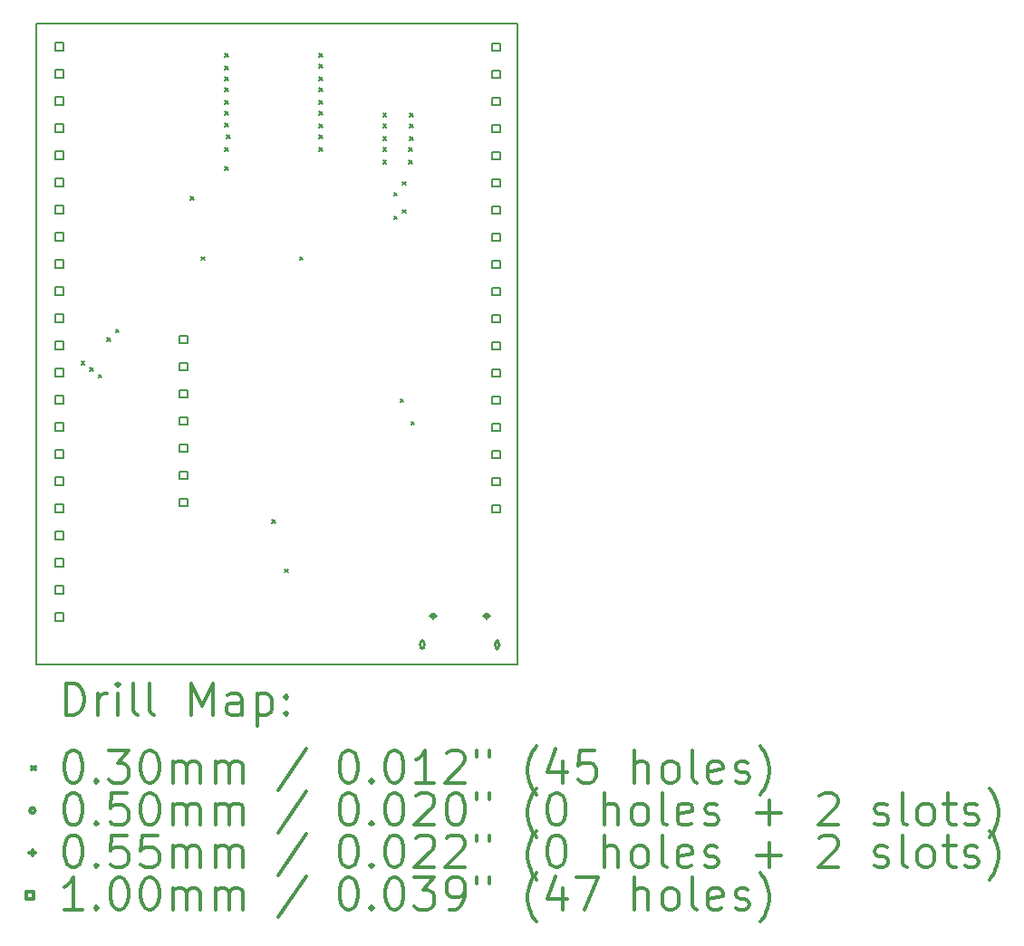
<source format=gbr>
%FSLAX45Y45*%
G04 Gerber Fmt 4.5, Leading zero omitted, Abs format (unit mm)*
G04 Created by KiCad (PCBNEW (5.0.0)) date 09/13/18 11:25:49*
%MOMM*%
%LPD*%
G01*
G04 APERTURE LIST*
%ADD10C,0.150000*%
%ADD11C,0.200000*%
%ADD12C,0.300000*%
G04 APERTURE END LIST*
D10*
X14100000Y-14200000D02*
X9600000Y-14200000D01*
X14100000Y-14150000D02*
X14100000Y-14200000D01*
X14100000Y-14150000D02*
X14100000Y-8200000D01*
X9600000Y-14100000D02*
X9600000Y-14200000D01*
X9600000Y-8200000D02*
X9600000Y-14100000D01*
X14100000Y-8200000D02*
X9600000Y-8200000D01*
D11*
X10025000Y-11365002D02*
X10055000Y-11395002D01*
X10055000Y-11365002D02*
X10025000Y-11395002D01*
X10105000Y-11425000D02*
X10135000Y-11455000D01*
X10135000Y-11425000D02*
X10105000Y-11455000D01*
X10185000Y-11485000D02*
X10215000Y-11515000D01*
X10215000Y-11485000D02*
X10185000Y-11515000D01*
X10265000Y-11145000D02*
X10295000Y-11175000D01*
X10295000Y-11145000D02*
X10265000Y-11175000D01*
X10345000Y-11065000D02*
X10375000Y-11095000D01*
X10375000Y-11065000D02*
X10345000Y-11095000D01*
X11045000Y-9825000D02*
X11075000Y-9855000D01*
X11075000Y-9825000D02*
X11045000Y-9855000D01*
X11145000Y-10385000D02*
X11175000Y-10415000D01*
X11175000Y-10385000D02*
X11145000Y-10415000D01*
X11365000Y-8485000D02*
X11395000Y-8515000D01*
X11395000Y-8485000D02*
X11365000Y-8515000D01*
X11365000Y-9025000D02*
X11395000Y-9055000D01*
X11395000Y-9025000D02*
X11365000Y-9055000D01*
X11365000Y-9135001D02*
X11395000Y-9165001D01*
X11395000Y-9135001D02*
X11365000Y-9165001D01*
X11365000Y-8605000D02*
X11395000Y-8635000D01*
X11395000Y-8605000D02*
X11365000Y-8635000D01*
X11365000Y-8705000D02*
X11395000Y-8735000D01*
X11395000Y-8705000D02*
X11365000Y-8735000D01*
X11365000Y-8805000D02*
X11395000Y-8835000D01*
X11395000Y-8805000D02*
X11365000Y-8835000D01*
X11365000Y-8925000D02*
X11395000Y-8955000D01*
X11395000Y-8925000D02*
X11365000Y-8955000D01*
X11365000Y-9365000D02*
X11395000Y-9395000D01*
X11395000Y-9365000D02*
X11365000Y-9395000D01*
X11365000Y-9545000D02*
X11395000Y-9575000D01*
X11395000Y-9545000D02*
X11365000Y-9575000D01*
X11385000Y-9245000D02*
X11415000Y-9275000D01*
X11415000Y-9245000D02*
X11385000Y-9275000D01*
X11805000Y-12845000D02*
X11835000Y-12875000D01*
X11835000Y-12845000D02*
X11805000Y-12875000D01*
X11925000Y-13305000D02*
X11955000Y-13335000D01*
X11955000Y-13305000D02*
X11925000Y-13335000D01*
X12064999Y-10385000D02*
X12094999Y-10415000D01*
X12094999Y-10385000D02*
X12064999Y-10415000D01*
X12245000Y-8705000D02*
X12275000Y-8735000D01*
X12275000Y-8705000D02*
X12245000Y-8735000D01*
X12245000Y-8925000D02*
X12275000Y-8955000D01*
X12275000Y-8925000D02*
X12245000Y-8955000D01*
X12245000Y-9145000D02*
X12275000Y-9175000D01*
X12275000Y-9145000D02*
X12245000Y-9175000D01*
X12245000Y-8485000D02*
X12275000Y-8515000D01*
X12275000Y-8485000D02*
X12245000Y-8515000D01*
X12245000Y-8585000D02*
X12275000Y-8615000D01*
X12275000Y-8585000D02*
X12245000Y-8615000D01*
X12245000Y-8805000D02*
X12275000Y-8835000D01*
X12275000Y-8805000D02*
X12245000Y-8835000D01*
X12245000Y-9025000D02*
X12275000Y-9055000D01*
X12275000Y-9025000D02*
X12245000Y-9055000D01*
X12245000Y-9245000D02*
X12275000Y-9275000D01*
X12275000Y-9245000D02*
X12245000Y-9275000D01*
X12245000Y-9365000D02*
X12275000Y-9395000D01*
X12275000Y-9365000D02*
X12245000Y-9395000D01*
X12845000Y-9045000D02*
X12875000Y-9075000D01*
X12875000Y-9045000D02*
X12845000Y-9075000D01*
X12845000Y-9145000D02*
X12875000Y-9175000D01*
X12875000Y-9145000D02*
X12845000Y-9175000D01*
X12845000Y-9265000D02*
X12875000Y-9295000D01*
X12875000Y-9265000D02*
X12845000Y-9295000D01*
X12845000Y-9365000D02*
X12875000Y-9395000D01*
X12875000Y-9365000D02*
X12845000Y-9395000D01*
X12845000Y-9485001D02*
X12875000Y-9515001D01*
X12875000Y-9485001D02*
X12845000Y-9515001D01*
X12944500Y-10005250D02*
X12974500Y-10035250D01*
X12974500Y-10005250D02*
X12944500Y-10035250D01*
X12945000Y-9785000D02*
X12975000Y-9815000D01*
X12975000Y-9785000D02*
X12945000Y-9815000D01*
X13005000Y-11715000D02*
X13035000Y-11745000D01*
X13035000Y-11715000D02*
X13005000Y-11745000D01*
X13025000Y-9685000D02*
X13055000Y-9715000D01*
X13055000Y-9685000D02*
X13025000Y-9715000D01*
X13025000Y-9945000D02*
X13055000Y-9975000D01*
X13055000Y-9945000D02*
X13025000Y-9975000D01*
X13085000Y-9365000D02*
X13115000Y-9395000D01*
X13115000Y-9365000D02*
X13085000Y-9395000D01*
X13085000Y-9485000D02*
X13115000Y-9515000D01*
X13115000Y-9485000D02*
X13085000Y-9515000D01*
X13095000Y-9045000D02*
X13125000Y-9075000D01*
X13125000Y-9045000D02*
X13095000Y-9075000D01*
X13095000Y-9145000D02*
X13125000Y-9175000D01*
X13125000Y-9145000D02*
X13095000Y-9175000D01*
X13095000Y-9265000D02*
X13125000Y-9295000D01*
X13125000Y-9265000D02*
X13095000Y-9295000D01*
X13105000Y-11925000D02*
X13135000Y-11955000D01*
X13135000Y-11925000D02*
X13105000Y-11955000D01*
X13234910Y-14013746D02*
G75*
G03X13234910Y-14013746I-25000J0D01*
G01*
X13224910Y-14046246D02*
X13224910Y-13981246D01*
X13194910Y-14046246D02*
X13194910Y-13981246D01*
X13224910Y-13981246D02*
G75*
G03X13194910Y-13981246I-15000J0D01*
G01*
X13194910Y-14046246D02*
G75*
G03X13224910Y-14046246I15000J0D01*
G01*
X13934910Y-14013746D02*
G75*
G03X13934910Y-14013746I-25000J0D01*
G01*
X13924910Y-14046246D02*
X13924910Y-13981246D01*
X13894910Y-14046246D02*
X13894910Y-13981246D01*
X13924910Y-13981246D02*
G75*
G03X13894910Y-13981246I-15000J0D01*
G01*
X13894910Y-14046246D02*
G75*
G03X13924910Y-14046246I15000J0D01*
G01*
X13309910Y-13716246D02*
X13309910Y-13771246D01*
X13282410Y-13743746D02*
X13337410Y-13743746D01*
X13294910Y-13761246D02*
X13324910Y-13761246D01*
X13294910Y-13726246D02*
X13324910Y-13726246D01*
X13324910Y-13761246D02*
G75*
G03X13324910Y-13726246I0J17500D01*
G01*
X13294910Y-13726246D02*
G75*
G03X13294910Y-13761246I0J-17500D01*
G01*
X13809910Y-13716246D02*
X13809910Y-13771246D01*
X13782410Y-13743746D02*
X13837410Y-13743746D01*
X13794910Y-13761246D02*
X13824910Y-13761246D01*
X13794910Y-13726246D02*
X13824910Y-13726246D01*
X13824910Y-13761246D02*
G75*
G03X13824910Y-13726246I0J17500D01*
G01*
X13794910Y-13726246D02*
G75*
G03X13794910Y-13761246I0J-17500D01*
G01*
X9855356Y-8455356D02*
X9855356Y-8384644D01*
X9784644Y-8384644D01*
X9784644Y-8455356D01*
X9855356Y-8455356D01*
X9855356Y-8709356D02*
X9855356Y-8638644D01*
X9784644Y-8638644D01*
X9784644Y-8709356D01*
X9855356Y-8709356D01*
X9855356Y-8963356D02*
X9855356Y-8892644D01*
X9784644Y-8892644D01*
X9784644Y-8963356D01*
X9855356Y-8963356D01*
X9855356Y-9217356D02*
X9855356Y-9146644D01*
X9784644Y-9146644D01*
X9784644Y-9217356D01*
X9855356Y-9217356D01*
X9855356Y-9471356D02*
X9855356Y-9400644D01*
X9784644Y-9400644D01*
X9784644Y-9471356D01*
X9855356Y-9471356D01*
X9855356Y-9725356D02*
X9855356Y-9654644D01*
X9784644Y-9654644D01*
X9784644Y-9725356D01*
X9855356Y-9725356D01*
X9855356Y-9979356D02*
X9855356Y-9908644D01*
X9784644Y-9908644D01*
X9784644Y-9979356D01*
X9855356Y-9979356D01*
X9855356Y-10233356D02*
X9855356Y-10162644D01*
X9784644Y-10162644D01*
X9784644Y-10233356D01*
X9855356Y-10233356D01*
X9855356Y-10487356D02*
X9855356Y-10416644D01*
X9784644Y-10416644D01*
X9784644Y-10487356D01*
X9855356Y-10487356D01*
X9855356Y-10741356D02*
X9855356Y-10670644D01*
X9784644Y-10670644D01*
X9784644Y-10741356D01*
X9855356Y-10741356D01*
X9855356Y-10995356D02*
X9855356Y-10924644D01*
X9784644Y-10924644D01*
X9784644Y-10995356D01*
X9855356Y-10995356D01*
X9855356Y-11249356D02*
X9855356Y-11178644D01*
X9784644Y-11178644D01*
X9784644Y-11249356D01*
X9855356Y-11249356D01*
X9855356Y-11503356D02*
X9855356Y-11432644D01*
X9784644Y-11432644D01*
X9784644Y-11503356D01*
X9855356Y-11503356D01*
X9855356Y-11757356D02*
X9855356Y-11686644D01*
X9784644Y-11686644D01*
X9784644Y-11757356D01*
X9855356Y-11757356D01*
X9855356Y-12011356D02*
X9855356Y-11940644D01*
X9784644Y-11940644D01*
X9784644Y-12011356D01*
X9855356Y-12011356D01*
X9855356Y-12265356D02*
X9855356Y-12194644D01*
X9784644Y-12194644D01*
X9784644Y-12265356D01*
X9855356Y-12265356D01*
X9855356Y-12519356D02*
X9855356Y-12448644D01*
X9784644Y-12448644D01*
X9784644Y-12519356D01*
X9855356Y-12519356D01*
X9855356Y-12773356D02*
X9855356Y-12702644D01*
X9784644Y-12702644D01*
X9784644Y-12773356D01*
X9855356Y-12773356D01*
X9855356Y-13027356D02*
X9855356Y-12956644D01*
X9784644Y-12956644D01*
X9784644Y-13027356D01*
X9855356Y-13027356D01*
X9855356Y-13281356D02*
X9855356Y-13210644D01*
X9784644Y-13210644D01*
X9784644Y-13281356D01*
X9855356Y-13281356D01*
X9855356Y-13535356D02*
X9855356Y-13464644D01*
X9784644Y-13464644D01*
X9784644Y-13535356D01*
X9855356Y-13535356D01*
X9855356Y-13789356D02*
X9855356Y-13718644D01*
X9784644Y-13718644D01*
X9784644Y-13789356D01*
X9855356Y-13789356D01*
X13935356Y-8457356D02*
X13935356Y-8386644D01*
X13864644Y-8386644D01*
X13864644Y-8457356D01*
X13935356Y-8457356D01*
X13935356Y-8711356D02*
X13935356Y-8640644D01*
X13864644Y-8640644D01*
X13864644Y-8711356D01*
X13935356Y-8711356D01*
X13935356Y-8965356D02*
X13935356Y-8894644D01*
X13864644Y-8894644D01*
X13864644Y-8965356D01*
X13935356Y-8965356D01*
X13935356Y-9219356D02*
X13935356Y-9148644D01*
X13864644Y-9148644D01*
X13864644Y-9219356D01*
X13935356Y-9219356D01*
X13935356Y-9473356D02*
X13935356Y-9402644D01*
X13864644Y-9402644D01*
X13864644Y-9473356D01*
X13935356Y-9473356D01*
X13935356Y-9727356D02*
X13935356Y-9656644D01*
X13864644Y-9656644D01*
X13864644Y-9727356D01*
X13935356Y-9727356D01*
X13935356Y-9981356D02*
X13935356Y-9910644D01*
X13864644Y-9910644D01*
X13864644Y-9981356D01*
X13935356Y-9981356D01*
X13935356Y-10235356D02*
X13935356Y-10164644D01*
X13864644Y-10164644D01*
X13864644Y-10235356D01*
X13935356Y-10235356D01*
X13935356Y-10489356D02*
X13935356Y-10418644D01*
X13864644Y-10418644D01*
X13864644Y-10489356D01*
X13935356Y-10489356D01*
X13935356Y-10743356D02*
X13935356Y-10672644D01*
X13864644Y-10672644D01*
X13864644Y-10743356D01*
X13935356Y-10743356D01*
X13935356Y-10997356D02*
X13935356Y-10926644D01*
X13864644Y-10926644D01*
X13864644Y-10997356D01*
X13935356Y-10997356D01*
X13935356Y-11251356D02*
X13935356Y-11180644D01*
X13864644Y-11180644D01*
X13864644Y-11251356D01*
X13935356Y-11251356D01*
X13935356Y-11505356D02*
X13935356Y-11434644D01*
X13864644Y-11434644D01*
X13864644Y-11505356D01*
X13935356Y-11505356D01*
X13935356Y-11759356D02*
X13935356Y-11688644D01*
X13864644Y-11688644D01*
X13864644Y-11759356D01*
X13935356Y-11759356D01*
X13935356Y-12013356D02*
X13935356Y-11942644D01*
X13864644Y-11942644D01*
X13864644Y-12013356D01*
X13935356Y-12013356D01*
X13935356Y-12267356D02*
X13935356Y-12196644D01*
X13864644Y-12196644D01*
X13864644Y-12267356D01*
X13935356Y-12267356D01*
X13935356Y-12521356D02*
X13935356Y-12450644D01*
X13864644Y-12450644D01*
X13864644Y-12521356D01*
X13935356Y-12521356D01*
X13935356Y-12775356D02*
X13935356Y-12704644D01*
X13864644Y-12704644D01*
X13864644Y-12775356D01*
X13935356Y-12775356D01*
X11015356Y-11195356D02*
X11015356Y-11124644D01*
X10944644Y-11124644D01*
X10944644Y-11195356D01*
X11015356Y-11195356D01*
X11015356Y-11449356D02*
X11015356Y-11378644D01*
X10944644Y-11378644D01*
X10944644Y-11449356D01*
X11015356Y-11449356D01*
X11015356Y-11703356D02*
X11015356Y-11632644D01*
X10944644Y-11632644D01*
X10944644Y-11703356D01*
X11015356Y-11703356D01*
X11015356Y-11957356D02*
X11015356Y-11886644D01*
X10944644Y-11886644D01*
X10944644Y-11957356D01*
X11015356Y-11957356D01*
X11015356Y-12211356D02*
X11015356Y-12140644D01*
X10944644Y-12140644D01*
X10944644Y-12211356D01*
X11015356Y-12211356D01*
X11015356Y-12465356D02*
X11015356Y-12394644D01*
X10944644Y-12394644D01*
X10944644Y-12465356D01*
X11015356Y-12465356D01*
X11015356Y-12719356D02*
X11015356Y-12648644D01*
X10944644Y-12648644D01*
X10944644Y-12719356D01*
X11015356Y-12719356D01*
D12*
X9878928Y-14673214D02*
X9878928Y-14373214D01*
X9950357Y-14373214D01*
X9993214Y-14387500D01*
X10021786Y-14416071D01*
X10036071Y-14444643D01*
X10050357Y-14501786D01*
X10050357Y-14544643D01*
X10036071Y-14601786D01*
X10021786Y-14630357D01*
X9993214Y-14658929D01*
X9950357Y-14673214D01*
X9878928Y-14673214D01*
X10178928Y-14673214D02*
X10178928Y-14473214D01*
X10178928Y-14530357D02*
X10193214Y-14501786D01*
X10207500Y-14487500D01*
X10236071Y-14473214D01*
X10264643Y-14473214D01*
X10364643Y-14673214D02*
X10364643Y-14473214D01*
X10364643Y-14373214D02*
X10350357Y-14387500D01*
X10364643Y-14401786D01*
X10378928Y-14387500D01*
X10364643Y-14373214D01*
X10364643Y-14401786D01*
X10550357Y-14673214D02*
X10521786Y-14658929D01*
X10507500Y-14630357D01*
X10507500Y-14373214D01*
X10707500Y-14673214D02*
X10678928Y-14658929D01*
X10664643Y-14630357D01*
X10664643Y-14373214D01*
X11050357Y-14673214D02*
X11050357Y-14373214D01*
X11150357Y-14587500D01*
X11250357Y-14373214D01*
X11250357Y-14673214D01*
X11521786Y-14673214D02*
X11521786Y-14516071D01*
X11507500Y-14487500D01*
X11478928Y-14473214D01*
X11421786Y-14473214D01*
X11393214Y-14487500D01*
X11521786Y-14658929D02*
X11493214Y-14673214D01*
X11421786Y-14673214D01*
X11393214Y-14658929D01*
X11378928Y-14630357D01*
X11378928Y-14601786D01*
X11393214Y-14573214D01*
X11421786Y-14558929D01*
X11493214Y-14558929D01*
X11521786Y-14544643D01*
X11664643Y-14473214D02*
X11664643Y-14773214D01*
X11664643Y-14487500D02*
X11693214Y-14473214D01*
X11750357Y-14473214D01*
X11778928Y-14487500D01*
X11793214Y-14501786D01*
X11807500Y-14530357D01*
X11807500Y-14616071D01*
X11793214Y-14644643D01*
X11778928Y-14658929D01*
X11750357Y-14673214D01*
X11693214Y-14673214D01*
X11664643Y-14658929D01*
X11936071Y-14644643D02*
X11950357Y-14658929D01*
X11936071Y-14673214D01*
X11921786Y-14658929D01*
X11936071Y-14644643D01*
X11936071Y-14673214D01*
X11936071Y-14487500D02*
X11950357Y-14501786D01*
X11936071Y-14516071D01*
X11921786Y-14501786D01*
X11936071Y-14487500D01*
X11936071Y-14516071D01*
X9562500Y-15152500D02*
X9592500Y-15182500D01*
X9592500Y-15152500D02*
X9562500Y-15182500D01*
X9936071Y-15003214D02*
X9964643Y-15003214D01*
X9993214Y-15017500D01*
X10007500Y-15031786D01*
X10021786Y-15060357D01*
X10036071Y-15117500D01*
X10036071Y-15188929D01*
X10021786Y-15246071D01*
X10007500Y-15274643D01*
X9993214Y-15288929D01*
X9964643Y-15303214D01*
X9936071Y-15303214D01*
X9907500Y-15288929D01*
X9893214Y-15274643D01*
X9878928Y-15246071D01*
X9864643Y-15188929D01*
X9864643Y-15117500D01*
X9878928Y-15060357D01*
X9893214Y-15031786D01*
X9907500Y-15017500D01*
X9936071Y-15003214D01*
X10164643Y-15274643D02*
X10178928Y-15288929D01*
X10164643Y-15303214D01*
X10150357Y-15288929D01*
X10164643Y-15274643D01*
X10164643Y-15303214D01*
X10278928Y-15003214D02*
X10464643Y-15003214D01*
X10364643Y-15117500D01*
X10407500Y-15117500D01*
X10436071Y-15131786D01*
X10450357Y-15146071D01*
X10464643Y-15174643D01*
X10464643Y-15246071D01*
X10450357Y-15274643D01*
X10436071Y-15288929D01*
X10407500Y-15303214D01*
X10321786Y-15303214D01*
X10293214Y-15288929D01*
X10278928Y-15274643D01*
X10650357Y-15003214D02*
X10678928Y-15003214D01*
X10707500Y-15017500D01*
X10721786Y-15031786D01*
X10736071Y-15060357D01*
X10750357Y-15117500D01*
X10750357Y-15188929D01*
X10736071Y-15246071D01*
X10721786Y-15274643D01*
X10707500Y-15288929D01*
X10678928Y-15303214D01*
X10650357Y-15303214D01*
X10621786Y-15288929D01*
X10607500Y-15274643D01*
X10593214Y-15246071D01*
X10578928Y-15188929D01*
X10578928Y-15117500D01*
X10593214Y-15060357D01*
X10607500Y-15031786D01*
X10621786Y-15017500D01*
X10650357Y-15003214D01*
X10878928Y-15303214D02*
X10878928Y-15103214D01*
X10878928Y-15131786D02*
X10893214Y-15117500D01*
X10921786Y-15103214D01*
X10964643Y-15103214D01*
X10993214Y-15117500D01*
X11007500Y-15146071D01*
X11007500Y-15303214D01*
X11007500Y-15146071D02*
X11021786Y-15117500D01*
X11050357Y-15103214D01*
X11093214Y-15103214D01*
X11121786Y-15117500D01*
X11136071Y-15146071D01*
X11136071Y-15303214D01*
X11278928Y-15303214D02*
X11278928Y-15103214D01*
X11278928Y-15131786D02*
X11293214Y-15117500D01*
X11321786Y-15103214D01*
X11364643Y-15103214D01*
X11393214Y-15117500D01*
X11407500Y-15146071D01*
X11407500Y-15303214D01*
X11407500Y-15146071D02*
X11421786Y-15117500D01*
X11450357Y-15103214D01*
X11493214Y-15103214D01*
X11521786Y-15117500D01*
X11536071Y-15146071D01*
X11536071Y-15303214D01*
X12121786Y-14988929D02*
X11864643Y-15374643D01*
X12507500Y-15003214D02*
X12536071Y-15003214D01*
X12564643Y-15017500D01*
X12578928Y-15031786D01*
X12593214Y-15060357D01*
X12607500Y-15117500D01*
X12607500Y-15188929D01*
X12593214Y-15246071D01*
X12578928Y-15274643D01*
X12564643Y-15288929D01*
X12536071Y-15303214D01*
X12507500Y-15303214D01*
X12478928Y-15288929D01*
X12464643Y-15274643D01*
X12450357Y-15246071D01*
X12436071Y-15188929D01*
X12436071Y-15117500D01*
X12450357Y-15060357D01*
X12464643Y-15031786D01*
X12478928Y-15017500D01*
X12507500Y-15003214D01*
X12736071Y-15274643D02*
X12750357Y-15288929D01*
X12736071Y-15303214D01*
X12721786Y-15288929D01*
X12736071Y-15274643D01*
X12736071Y-15303214D01*
X12936071Y-15003214D02*
X12964643Y-15003214D01*
X12993214Y-15017500D01*
X13007500Y-15031786D01*
X13021786Y-15060357D01*
X13036071Y-15117500D01*
X13036071Y-15188929D01*
X13021786Y-15246071D01*
X13007500Y-15274643D01*
X12993214Y-15288929D01*
X12964643Y-15303214D01*
X12936071Y-15303214D01*
X12907500Y-15288929D01*
X12893214Y-15274643D01*
X12878928Y-15246071D01*
X12864643Y-15188929D01*
X12864643Y-15117500D01*
X12878928Y-15060357D01*
X12893214Y-15031786D01*
X12907500Y-15017500D01*
X12936071Y-15003214D01*
X13321786Y-15303214D02*
X13150357Y-15303214D01*
X13236071Y-15303214D02*
X13236071Y-15003214D01*
X13207500Y-15046071D01*
X13178928Y-15074643D01*
X13150357Y-15088929D01*
X13436071Y-15031786D02*
X13450357Y-15017500D01*
X13478928Y-15003214D01*
X13550357Y-15003214D01*
X13578928Y-15017500D01*
X13593214Y-15031786D01*
X13607500Y-15060357D01*
X13607500Y-15088929D01*
X13593214Y-15131786D01*
X13421786Y-15303214D01*
X13607500Y-15303214D01*
X13721786Y-15003214D02*
X13721786Y-15060357D01*
X13836071Y-15003214D02*
X13836071Y-15060357D01*
X14278928Y-15417500D02*
X14264643Y-15403214D01*
X14236071Y-15360357D01*
X14221786Y-15331786D01*
X14207500Y-15288929D01*
X14193214Y-15217500D01*
X14193214Y-15160357D01*
X14207500Y-15088929D01*
X14221786Y-15046071D01*
X14236071Y-15017500D01*
X14264643Y-14974643D01*
X14278928Y-14960357D01*
X14521786Y-15103214D02*
X14521786Y-15303214D01*
X14450357Y-14988929D02*
X14378928Y-15203214D01*
X14564643Y-15203214D01*
X14821786Y-15003214D02*
X14678928Y-15003214D01*
X14664643Y-15146071D01*
X14678928Y-15131786D01*
X14707500Y-15117500D01*
X14778928Y-15117500D01*
X14807500Y-15131786D01*
X14821786Y-15146071D01*
X14836071Y-15174643D01*
X14836071Y-15246071D01*
X14821786Y-15274643D01*
X14807500Y-15288929D01*
X14778928Y-15303214D01*
X14707500Y-15303214D01*
X14678928Y-15288929D01*
X14664643Y-15274643D01*
X15193214Y-15303214D02*
X15193214Y-15003214D01*
X15321786Y-15303214D02*
X15321786Y-15146071D01*
X15307500Y-15117500D01*
X15278928Y-15103214D01*
X15236071Y-15103214D01*
X15207500Y-15117500D01*
X15193214Y-15131786D01*
X15507500Y-15303214D02*
X15478928Y-15288929D01*
X15464643Y-15274643D01*
X15450357Y-15246071D01*
X15450357Y-15160357D01*
X15464643Y-15131786D01*
X15478928Y-15117500D01*
X15507500Y-15103214D01*
X15550357Y-15103214D01*
X15578928Y-15117500D01*
X15593214Y-15131786D01*
X15607500Y-15160357D01*
X15607500Y-15246071D01*
X15593214Y-15274643D01*
X15578928Y-15288929D01*
X15550357Y-15303214D01*
X15507500Y-15303214D01*
X15778928Y-15303214D02*
X15750357Y-15288929D01*
X15736071Y-15260357D01*
X15736071Y-15003214D01*
X16007500Y-15288929D02*
X15978928Y-15303214D01*
X15921786Y-15303214D01*
X15893214Y-15288929D01*
X15878928Y-15260357D01*
X15878928Y-15146071D01*
X15893214Y-15117500D01*
X15921786Y-15103214D01*
X15978928Y-15103214D01*
X16007500Y-15117500D01*
X16021786Y-15146071D01*
X16021786Y-15174643D01*
X15878928Y-15203214D01*
X16136071Y-15288929D02*
X16164643Y-15303214D01*
X16221786Y-15303214D01*
X16250357Y-15288929D01*
X16264643Y-15260357D01*
X16264643Y-15246071D01*
X16250357Y-15217500D01*
X16221786Y-15203214D01*
X16178928Y-15203214D01*
X16150357Y-15188929D01*
X16136071Y-15160357D01*
X16136071Y-15146071D01*
X16150357Y-15117500D01*
X16178928Y-15103214D01*
X16221786Y-15103214D01*
X16250357Y-15117500D01*
X16364643Y-15417500D02*
X16378928Y-15403214D01*
X16407500Y-15360357D01*
X16421786Y-15331786D01*
X16436071Y-15288929D01*
X16450357Y-15217500D01*
X16450357Y-15160357D01*
X16436071Y-15088929D01*
X16421786Y-15046071D01*
X16407500Y-15017500D01*
X16378928Y-14974643D01*
X16364643Y-14960357D01*
X9592500Y-15563500D02*
G75*
G03X9592500Y-15563500I-25000J0D01*
G01*
X9936071Y-15399214D02*
X9964643Y-15399214D01*
X9993214Y-15413500D01*
X10007500Y-15427786D01*
X10021786Y-15456357D01*
X10036071Y-15513500D01*
X10036071Y-15584929D01*
X10021786Y-15642071D01*
X10007500Y-15670643D01*
X9993214Y-15684929D01*
X9964643Y-15699214D01*
X9936071Y-15699214D01*
X9907500Y-15684929D01*
X9893214Y-15670643D01*
X9878928Y-15642071D01*
X9864643Y-15584929D01*
X9864643Y-15513500D01*
X9878928Y-15456357D01*
X9893214Y-15427786D01*
X9907500Y-15413500D01*
X9936071Y-15399214D01*
X10164643Y-15670643D02*
X10178928Y-15684929D01*
X10164643Y-15699214D01*
X10150357Y-15684929D01*
X10164643Y-15670643D01*
X10164643Y-15699214D01*
X10450357Y-15399214D02*
X10307500Y-15399214D01*
X10293214Y-15542071D01*
X10307500Y-15527786D01*
X10336071Y-15513500D01*
X10407500Y-15513500D01*
X10436071Y-15527786D01*
X10450357Y-15542071D01*
X10464643Y-15570643D01*
X10464643Y-15642071D01*
X10450357Y-15670643D01*
X10436071Y-15684929D01*
X10407500Y-15699214D01*
X10336071Y-15699214D01*
X10307500Y-15684929D01*
X10293214Y-15670643D01*
X10650357Y-15399214D02*
X10678928Y-15399214D01*
X10707500Y-15413500D01*
X10721786Y-15427786D01*
X10736071Y-15456357D01*
X10750357Y-15513500D01*
X10750357Y-15584929D01*
X10736071Y-15642071D01*
X10721786Y-15670643D01*
X10707500Y-15684929D01*
X10678928Y-15699214D01*
X10650357Y-15699214D01*
X10621786Y-15684929D01*
X10607500Y-15670643D01*
X10593214Y-15642071D01*
X10578928Y-15584929D01*
X10578928Y-15513500D01*
X10593214Y-15456357D01*
X10607500Y-15427786D01*
X10621786Y-15413500D01*
X10650357Y-15399214D01*
X10878928Y-15699214D02*
X10878928Y-15499214D01*
X10878928Y-15527786D02*
X10893214Y-15513500D01*
X10921786Y-15499214D01*
X10964643Y-15499214D01*
X10993214Y-15513500D01*
X11007500Y-15542071D01*
X11007500Y-15699214D01*
X11007500Y-15542071D02*
X11021786Y-15513500D01*
X11050357Y-15499214D01*
X11093214Y-15499214D01*
X11121786Y-15513500D01*
X11136071Y-15542071D01*
X11136071Y-15699214D01*
X11278928Y-15699214D02*
X11278928Y-15499214D01*
X11278928Y-15527786D02*
X11293214Y-15513500D01*
X11321786Y-15499214D01*
X11364643Y-15499214D01*
X11393214Y-15513500D01*
X11407500Y-15542071D01*
X11407500Y-15699214D01*
X11407500Y-15542071D02*
X11421786Y-15513500D01*
X11450357Y-15499214D01*
X11493214Y-15499214D01*
X11521786Y-15513500D01*
X11536071Y-15542071D01*
X11536071Y-15699214D01*
X12121786Y-15384929D02*
X11864643Y-15770643D01*
X12507500Y-15399214D02*
X12536071Y-15399214D01*
X12564643Y-15413500D01*
X12578928Y-15427786D01*
X12593214Y-15456357D01*
X12607500Y-15513500D01*
X12607500Y-15584929D01*
X12593214Y-15642071D01*
X12578928Y-15670643D01*
X12564643Y-15684929D01*
X12536071Y-15699214D01*
X12507500Y-15699214D01*
X12478928Y-15684929D01*
X12464643Y-15670643D01*
X12450357Y-15642071D01*
X12436071Y-15584929D01*
X12436071Y-15513500D01*
X12450357Y-15456357D01*
X12464643Y-15427786D01*
X12478928Y-15413500D01*
X12507500Y-15399214D01*
X12736071Y-15670643D02*
X12750357Y-15684929D01*
X12736071Y-15699214D01*
X12721786Y-15684929D01*
X12736071Y-15670643D01*
X12736071Y-15699214D01*
X12936071Y-15399214D02*
X12964643Y-15399214D01*
X12993214Y-15413500D01*
X13007500Y-15427786D01*
X13021786Y-15456357D01*
X13036071Y-15513500D01*
X13036071Y-15584929D01*
X13021786Y-15642071D01*
X13007500Y-15670643D01*
X12993214Y-15684929D01*
X12964643Y-15699214D01*
X12936071Y-15699214D01*
X12907500Y-15684929D01*
X12893214Y-15670643D01*
X12878928Y-15642071D01*
X12864643Y-15584929D01*
X12864643Y-15513500D01*
X12878928Y-15456357D01*
X12893214Y-15427786D01*
X12907500Y-15413500D01*
X12936071Y-15399214D01*
X13150357Y-15427786D02*
X13164643Y-15413500D01*
X13193214Y-15399214D01*
X13264643Y-15399214D01*
X13293214Y-15413500D01*
X13307500Y-15427786D01*
X13321786Y-15456357D01*
X13321786Y-15484929D01*
X13307500Y-15527786D01*
X13136071Y-15699214D01*
X13321786Y-15699214D01*
X13507500Y-15399214D02*
X13536071Y-15399214D01*
X13564643Y-15413500D01*
X13578928Y-15427786D01*
X13593214Y-15456357D01*
X13607500Y-15513500D01*
X13607500Y-15584929D01*
X13593214Y-15642071D01*
X13578928Y-15670643D01*
X13564643Y-15684929D01*
X13536071Y-15699214D01*
X13507500Y-15699214D01*
X13478928Y-15684929D01*
X13464643Y-15670643D01*
X13450357Y-15642071D01*
X13436071Y-15584929D01*
X13436071Y-15513500D01*
X13450357Y-15456357D01*
X13464643Y-15427786D01*
X13478928Y-15413500D01*
X13507500Y-15399214D01*
X13721786Y-15399214D02*
X13721786Y-15456357D01*
X13836071Y-15399214D02*
X13836071Y-15456357D01*
X14278928Y-15813500D02*
X14264643Y-15799214D01*
X14236071Y-15756357D01*
X14221786Y-15727786D01*
X14207500Y-15684929D01*
X14193214Y-15613500D01*
X14193214Y-15556357D01*
X14207500Y-15484929D01*
X14221786Y-15442071D01*
X14236071Y-15413500D01*
X14264643Y-15370643D01*
X14278928Y-15356357D01*
X14450357Y-15399214D02*
X14478928Y-15399214D01*
X14507500Y-15413500D01*
X14521786Y-15427786D01*
X14536071Y-15456357D01*
X14550357Y-15513500D01*
X14550357Y-15584929D01*
X14536071Y-15642071D01*
X14521786Y-15670643D01*
X14507500Y-15684929D01*
X14478928Y-15699214D01*
X14450357Y-15699214D01*
X14421786Y-15684929D01*
X14407500Y-15670643D01*
X14393214Y-15642071D01*
X14378928Y-15584929D01*
X14378928Y-15513500D01*
X14393214Y-15456357D01*
X14407500Y-15427786D01*
X14421786Y-15413500D01*
X14450357Y-15399214D01*
X14907500Y-15699214D02*
X14907500Y-15399214D01*
X15036071Y-15699214D02*
X15036071Y-15542071D01*
X15021786Y-15513500D01*
X14993214Y-15499214D01*
X14950357Y-15499214D01*
X14921786Y-15513500D01*
X14907500Y-15527786D01*
X15221786Y-15699214D02*
X15193214Y-15684929D01*
X15178928Y-15670643D01*
X15164643Y-15642071D01*
X15164643Y-15556357D01*
X15178928Y-15527786D01*
X15193214Y-15513500D01*
X15221786Y-15499214D01*
X15264643Y-15499214D01*
X15293214Y-15513500D01*
X15307500Y-15527786D01*
X15321786Y-15556357D01*
X15321786Y-15642071D01*
X15307500Y-15670643D01*
X15293214Y-15684929D01*
X15264643Y-15699214D01*
X15221786Y-15699214D01*
X15493214Y-15699214D02*
X15464643Y-15684929D01*
X15450357Y-15656357D01*
X15450357Y-15399214D01*
X15721786Y-15684929D02*
X15693214Y-15699214D01*
X15636071Y-15699214D01*
X15607500Y-15684929D01*
X15593214Y-15656357D01*
X15593214Y-15542071D01*
X15607500Y-15513500D01*
X15636071Y-15499214D01*
X15693214Y-15499214D01*
X15721786Y-15513500D01*
X15736071Y-15542071D01*
X15736071Y-15570643D01*
X15593214Y-15599214D01*
X15850357Y-15684929D02*
X15878928Y-15699214D01*
X15936071Y-15699214D01*
X15964643Y-15684929D01*
X15978928Y-15656357D01*
X15978928Y-15642071D01*
X15964643Y-15613500D01*
X15936071Y-15599214D01*
X15893214Y-15599214D01*
X15864643Y-15584929D01*
X15850357Y-15556357D01*
X15850357Y-15542071D01*
X15864643Y-15513500D01*
X15893214Y-15499214D01*
X15936071Y-15499214D01*
X15964643Y-15513500D01*
X16336071Y-15584929D02*
X16564643Y-15584929D01*
X16450357Y-15699214D02*
X16450357Y-15470643D01*
X16921786Y-15427786D02*
X16936071Y-15413500D01*
X16964643Y-15399214D01*
X17036071Y-15399214D01*
X17064643Y-15413500D01*
X17078928Y-15427786D01*
X17093214Y-15456357D01*
X17093214Y-15484929D01*
X17078928Y-15527786D01*
X16907500Y-15699214D01*
X17093214Y-15699214D01*
X17436071Y-15684929D02*
X17464643Y-15699214D01*
X17521786Y-15699214D01*
X17550357Y-15684929D01*
X17564643Y-15656357D01*
X17564643Y-15642071D01*
X17550357Y-15613500D01*
X17521786Y-15599214D01*
X17478928Y-15599214D01*
X17450357Y-15584929D01*
X17436071Y-15556357D01*
X17436071Y-15542071D01*
X17450357Y-15513500D01*
X17478928Y-15499214D01*
X17521786Y-15499214D01*
X17550357Y-15513500D01*
X17736071Y-15699214D02*
X17707500Y-15684929D01*
X17693214Y-15656357D01*
X17693214Y-15399214D01*
X17893214Y-15699214D02*
X17864643Y-15684929D01*
X17850357Y-15670643D01*
X17836071Y-15642071D01*
X17836071Y-15556357D01*
X17850357Y-15527786D01*
X17864643Y-15513500D01*
X17893214Y-15499214D01*
X17936071Y-15499214D01*
X17964643Y-15513500D01*
X17978928Y-15527786D01*
X17993214Y-15556357D01*
X17993214Y-15642071D01*
X17978928Y-15670643D01*
X17964643Y-15684929D01*
X17936071Y-15699214D01*
X17893214Y-15699214D01*
X18078928Y-15499214D02*
X18193214Y-15499214D01*
X18121786Y-15399214D02*
X18121786Y-15656357D01*
X18136071Y-15684929D01*
X18164643Y-15699214D01*
X18193214Y-15699214D01*
X18278928Y-15684929D02*
X18307500Y-15699214D01*
X18364643Y-15699214D01*
X18393214Y-15684929D01*
X18407500Y-15656357D01*
X18407500Y-15642071D01*
X18393214Y-15613500D01*
X18364643Y-15599214D01*
X18321786Y-15599214D01*
X18293214Y-15584929D01*
X18278928Y-15556357D01*
X18278928Y-15542071D01*
X18293214Y-15513500D01*
X18321786Y-15499214D01*
X18364643Y-15499214D01*
X18393214Y-15513500D01*
X18507500Y-15813500D02*
X18521786Y-15799214D01*
X18550357Y-15756357D01*
X18564643Y-15727786D01*
X18578928Y-15684929D01*
X18593214Y-15613500D01*
X18593214Y-15556357D01*
X18578928Y-15484929D01*
X18564643Y-15442071D01*
X18550357Y-15413500D01*
X18521786Y-15370643D01*
X18507500Y-15356357D01*
X9565000Y-15932000D02*
X9565000Y-15987000D01*
X9537500Y-15959500D02*
X9592500Y-15959500D01*
X9936071Y-15795214D02*
X9964643Y-15795214D01*
X9993214Y-15809500D01*
X10007500Y-15823786D01*
X10021786Y-15852357D01*
X10036071Y-15909500D01*
X10036071Y-15980929D01*
X10021786Y-16038071D01*
X10007500Y-16066643D01*
X9993214Y-16080929D01*
X9964643Y-16095214D01*
X9936071Y-16095214D01*
X9907500Y-16080929D01*
X9893214Y-16066643D01*
X9878928Y-16038071D01*
X9864643Y-15980929D01*
X9864643Y-15909500D01*
X9878928Y-15852357D01*
X9893214Y-15823786D01*
X9907500Y-15809500D01*
X9936071Y-15795214D01*
X10164643Y-16066643D02*
X10178928Y-16080929D01*
X10164643Y-16095214D01*
X10150357Y-16080929D01*
X10164643Y-16066643D01*
X10164643Y-16095214D01*
X10450357Y-15795214D02*
X10307500Y-15795214D01*
X10293214Y-15938071D01*
X10307500Y-15923786D01*
X10336071Y-15909500D01*
X10407500Y-15909500D01*
X10436071Y-15923786D01*
X10450357Y-15938071D01*
X10464643Y-15966643D01*
X10464643Y-16038071D01*
X10450357Y-16066643D01*
X10436071Y-16080929D01*
X10407500Y-16095214D01*
X10336071Y-16095214D01*
X10307500Y-16080929D01*
X10293214Y-16066643D01*
X10736071Y-15795214D02*
X10593214Y-15795214D01*
X10578928Y-15938071D01*
X10593214Y-15923786D01*
X10621786Y-15909500D01*
X10693214Y-15909500D01*
X10721786Y-15923786D01*
X10736071Y-15938071D01*
X10750357Y-15966643D01*
X10750357Y-16038071D01*
X10736071Y-16066643D01*
X10721786Y-16080929D01*
X10693214Y-16095214D01*
X10621786Y-16095214D01*
X10593214Y-16080929D01*
X10578928Y-16066643D01*
X10878928Y-16095214D02*
X10878928Y-15895214D01*
X10878928Y-15923786D02*
X10893214Y-15909500D01*
X10921786Y-15895214D01*
X10964643Y-15895214D01*
X10993214Y-15909500D01*
X11007500Y-15938071D01*
X11007500Y-16095214D01*
X11007500Y-15938071D02*
X11021786Y-15909500D01*
X11050357Y-15895214D01*
X11093214Y-15895214D01*
X11121786Y-15909500D01*
X11136071Y-15938071D01*
X11136071Y-16095214D01*
X11278928Y-16095214D02*
X11278928Y-15895214D01*
X11278928Y-15923786D02*
X11293214Y-15909500D01*
X11321786Y-15895214D01*
X11364643Y-15895214D01*
X11393214Y-15909500D01*
X11407500Y-15938071D01*
X11407500Y-16095214D01*
X11407500Y-15938071D02*
X11421786Y-15909500D01*
X11450357Y-15895214D01*
X11493214Y-15895214D01*
X11521786Y-15909500D01*
X11536071Y-15938071D01*
X11536071Y-16095214D01*
X12121786Y-15780929D02*
X11864643Y-16166643D01*
X12507500Y-15795214D02*
X12536071Y-15795214D01*
X12564643Y-15809500D01*
X12578928Y-15823786D01*
X12593214Y-15852357D01*
X12607500Y-15909500D01*
X12607500Y-15980929D01*
X12593214Y-16038071D01*
X12578928Y-16066643D01*
X12564643Y-16080929D01*
X12536071Y-16095214D01*
X12507500Y-16095214D01*
X12478928Y-16080929D01*
X12464643Y-16066643D01*
X12450357Y-16038071D01*
X12436071Y-15980929D01*
X12436071Y-15909500D01*
X12450357Y-15852357D01*
X12464643Y-15823786D01*
X12478928Y-15809500D01*
X12507500Y-15795214D01*
X12736071Y-16066643D02*
X12750357Y-16080929D01*
X12736071Y-16095214D01*
X12721786Y-16080929D01*
X12736071Y-16066643D01*
X12736071Y-16095214D01*
X12936071Y-15795214D02*
X12964643Y-15795214D01*
X12993214Y-15809500D01*
X13007500Y-15823786D01*
X13021786Y-15852357D01*
X13036071Y-15909500D01*
X13036071Y-15980929D01*
X13021786Y-16038071D01*
X13007500Y-16066643D01*
X12993214Y-16080929D01*
X12964643Y-16095214D01*
X12936071Y-16095214D01*
X12907500Y-16080929D01*
X12893214Y-16066643D01*
X12878928Y-16038071D01*
X12864643Y-15980929D01*
X12864643Y-15909500D01*
X12878928Y-15852357D01*
X12893214Y-15823786D01*
X12907500Y-15809500D01*
X12936071Y-15795214D01*
X13150357Y-15823786D02*
X13164643Y-15809500D01*
X13193214Y-15795214D01*
X13264643Y-15795214D01*
X13293214Y-15809500D01*
X13307500Y-15823786D01*
X13321786Y-15852357D01*
X13321786Y-15880929D01*
X13307500Y-15923786D01*
X13136071Y-16095214D01*
X13321786Y-16095214D01*
X13436071Y-15823786D02*
X13450357Y-15809500D01*
X13478928Y-15795214D01*
X13550357Y-15795214D01*
X13578928Y-15809500D01*
X13593214Y-15823786D01*
X13607500Y-15852357D01*
X13607500Y-15880929D01*
X13593214Y-15923786D01*
X13421786Y-16095214D01*
X13607500Y-16095214D01*
X13721786Y-15795214D02*
X13721786Y-15852357D01*
X13836071Y-15795214D02*
X13836071Y-15852357D01*
X14278928Y-16209500D02*
X14264643Y-16195214D01*
X14236071Y-16152357D01*
X14221786Y-16123786D01*
X14207500Y-16080929D01*
X14193214Y-16009500D01*
X14193214Y-15952357D01*
X14207500Y-15880929D01*
X14221786Y-15838071D01*
X14236071Y-15809500D01*
X14264643Y-15766643D01*
X14278928Y-15752357D01*
X14450357Y-15795214D02*
X14478928Y-15795214D01*
X14507500Y-15809500D01*
X14521786Y-15823786D01*
X14536071Y-15852357D01*
X14550357Y-15909500D01*
X14550357Y-15980929D01*
X14536071Y-16038071D01*
X14521786Y-16066643D01*
X14507500Y-16080929D01*
X14478928Y-16095214D01*
X14450357Y-16095214D01*
X14421786Y-16080929D01*
X14407500Y-16066643D01*
X14393214Y-16038071D01*
X14378928Y-15980929D01*
X14378928Y-15909500D01*
X14393214Y-15852357D01*
X14407500Y-15823786D01*
X14421786Y-15809500D01*
X14450357Y-15795214D01*
X14907500Y-16095214D02*
X14907500Y-15795214D01*
X15036071Y-16095214D02*
X15036071Y-15938071D01*
X15021786Y-15909500D01*
X14993214Y-15895214D01*
X14950357Y-15895214D01*
X14921786Y-15909500D01*
X14907500Y-15923786D01*
X15221786Y-16095214D02*
X15193214Y-16080929D01*
X15178928Y-16066643D01*
X15164643Y-16038071D01*
X15164643Y-15952357D01*
X15178928Y-15923786D01*
X15193214Y-15909500D01*
X15221786Y-15895214D01*
X15264643Y-15895214D01*
X15293214Y-15909500D01*
X15307500Y-15923786D01*
X15321786Y-15952357D01*
X15321786Y-16038071D01*
X15307500Y-16066643D01*
X15293214Y-16080929D01*
X15264643Y-16095214D01*
X15221786Y-16095214D01*
X15493214Y-16095214D02*
X15464643Y-16080929D01*
X15450357Y-16052357D01*
X15450357Y-15795214D01*
X15721786Y-16080929D02*
X15693214Y-16095214D01*
X15636071Y-16095214D01*
X15607500Y-16080929D01*
X15593214Y-16052357D01*
X15593214Y-15938071D01*
X15607500Y-15909500D01*
X15636071Y-15895214D01*
X15693214Y-15895214D01*
X15721786Y-15909500D01*
X15736071Y-15938071D01*
X15736071Y-15966643D01*
X15593214Y-15995214D01*
X15850357Y-16080929D02*
X15878928Y-16095214D01*
X15936071Y-16095214D01*
X15964643Y-16080929D01*
X15978928Y-16052357D01*
X15978928Y-16038071D01*
X15964643Y-16009500D01*
X15936071Y-15995214D01*
X15893214Y-15995214D01*
X15864643Y-15980929D01*
X15850357Y-15952357D01*
X15850357Y-15938071D01*
X15864643Y-15909500D01*
X15893214Y-15895214D01*
X15936071Y-15895214D01*
X15964643Y-15909500D01*
X16336071Y-15980929D02*
X16564643Y-15980929D01*
X16450357Y-16095214D02*
X16450357Y-15866643D01*
X16921786Y-15823786D02*
X16936071Y-15809500D01*
X16964643Y-15795214D01*
X17036071Y-15795214D01*
X17064643Y-15809500D01*
X17078928Y-15823786D01*
X17093214Y-15852357D01*
X17093214Y-15880929D01*
X17078928Y-15923786D01*
X16907500Y-16095214D01*
X17093214Y-16095214D01*
X17436071Y-16080929D02*
X17464643Y-16095214D01*
X17521786Y-16095214D01*
X17550357Y-16080929D01*
X17564643Y-16052357D01*
X17564643Y-16038071D01*
X17550357Y-16009500D01*
X17521786Y-15995214D01*
X17478928Y-15995214D01*
X17450357Y-15980929D01*
X17436071Y-15952357D01*
X17436071Y-15938071D01*
X17450357Y-15909500D01*
X17478928Y-15895214D01*
X17521786Y-15895214D01*
X17550357Y-15909500D01*
X17736071Y-16095214D02*
X17707500Y-16080929D01*
X17693214Y-16052357D01*
X17693214Y-15795214D01*
X17893214Y-16095214D02*
X17864643Y-16080929D01*
X17850357Y-16066643D01*
X17836071Y-16038071D01*
X17836071Y-15952357D01*
X17850357Y-15923786D01*
X17864643Y-15909500D01*
X17893214Y-15895214D01*
X17936071Y-15895214D01*
X17964643Y-15909500D01*
X17978928Y-15923786D01*
X17993214Y-15952357D01*
X17993214Y-16038071D01*
X17978928Y-16066643D01*
X17964643Y-16080929D01*
X17936071Y-16095214D01*
X17893214Y-16095214D01*
X18078928Y-15895214D02*
X18193214Y-15895214D01*
X18121786Y-15795214D02*
X18121786Y-16052357D01*
X18136071Y-16080929D01*
X18164643Y-16095214D01*
X18193214Y-16095214D01*
X18278928Y-16080929D02*
X18307500Y-16095214D01*
X18364643Y-16095214D01*
X18393214Y-16080929D01*
X18407500Y-16052357D01*
X18407500Y-16038071D01*
X18393214Y-16009500D01*
X18364643Y-15995214D01*
X18321786Y-15995214D01*
X18293214Y-15980929D01*
X18278928Y-15952357D01*
X18278928Y-15938071D01*
X18293214Y-15909500D01*
X18321786Y-15895214D01*
X18364643Y-15895214D01*
X18393214Y-15909500D01*
X18507500Y-16209500D02*
X18521786Y-16195214D01*
X18550357Y-16152357D01*
X18564643Y-16123786D01*
X18578928Y-16080929D01*
X18593214Y-16009500D01*
X18593214Y-15952357D01*
X18578928Y-15880929D01*
X18564643Y-15838071D01*
X18550357Y-15809500D01*
X18521786Y-15766643D01*
X18507500Y-15752357D01*
X9577856Y-16390856D02*
X9577856Y-16320144D01*
X9507144Y-16320144D01*
X9507144Y-16390856D01*
X9577856Y-16390856D01*
X10036071Y-16491214D02*
X9864643Y-16491214D01*
X9950357Y-16491214D02*
X9950357Y-16191214D01*
X9921786Y-16234071D01*
X9893214Y-16262643D01*
X9864643Y-16276929D01*
X10164643Y-16462643D02*
X10178928Y-16476929D01*
X10164643Y-16491214D01*
X10150357Y-16476929D01*
X10164643Y-16462643D01*
X10164643Y-16491214D01*
X10364643Y-16191214D02*
X10393214Y-16191214D01*
X10421786Y-16205500D01*
X10436071Y-16219786D01*
X10450357Y-16248357D01*
X10464643Y-16305500D01*
X10464643Y-16376929D01*
X10450357Y-16434071D01*
X10436071Y-16462643D01*
X10421786Y-16476929D01*
X10393214Y-16491214D01*
X10364643Y-16491214D01*
X10336071Y-16476929D01*
X10321786Y-16462643D01*
X10307500Y-16434071D01*
X10293214Y-16376929D01*
X10293214Y-16305500D01*
X10307500Y-16248357D01*
X10321786Y-16219786D01*
X10336071Y-16205500D01*
X10364643Y-16191214D01*
X10650357Y-16191214D02*
X10678928Y-16191214D01*
X10707500Y-16205500D01*
X10721786Y-16219786D01*
X10736071Y-16248357D01*
X10750357Y-16305500D01*
X10750357Y-16376929D01*
X10736071Y-16434071D01*
X10721786Y-16462643D01*
X10707500Y-16476929D01*
X10678928Y-16491214D01*
X10650357Y-16491214D01*
X10621786Y-16476929D01*
X10607500Y-16462643D01*
X10593214Y-16434071D01*
X10578928Y-16376929D01*
X10578928Y-16305500D01*
X10593214Y-16248357D01*
X10607500Y-16219786D01*
X10621786Y-16205500D01*
X10650357Y-16191214D01*
X10878928Y-16491214D02*
X10878928Y-16291214D01*
X10878928Y-16319786D02*
X10893214Y-16305500D01*
X10921786Y-16291214D01*
X10964643Y-16291214D01*
X10993214Y-16305500D01*
X11007500Y-16334071D01*
X11007500Y-16491214D01*
X11007500Y-16334071D02*
X11021786Y-16305500D01*
X11050357Y-16291214D01*
X11093214Y-16291214D01*
X11121786Y-16305500D01*
X11136071Y-16334071D01*
X11136071Y-16491214D01*
X11278928Y-16491214D02*
X11278928Y-16291214D01*
X11278928Y-16319786D02*
X11293214Y-16305500D01*
X11321786Y-16291214D01*
X11364643Y-16291214D01*
X11393214Y-16305500D01*
X11407500Y-16334071D01*
X11407500Y-16491214D01*
X11407500Y-16334071D02*
X11421786Y-16305500D01*
X11450357Y-16291214D01*
X11493214Y-16291214D01*
X11521786Y-16305500D01*
X11536071Y-16334071D01*
X11536071Y-16491214D01*
X12121786Y-16176929D02*
X11864643Y-16562643D01*
X12507500Y-16191214D02*
X12536071Y-16191214D01*
X12564643Y-16205500D01*
X12578928Y-16219786D01*
X12593214Y-16248357D01*
X12607500Y-16305500D01*
X12607500Y-16376929D01*
X12593214Y-16434071D01*
X12578928Y-16462643D01*
X12564643Y-16476929D01*
X12536071Y-16491214D01*
X12507500Y-16491214D01*
X12478928Y-16476929D01*
X12464643Y-16462643D01*
X12450357Y-16434071D01*
X12436071Y-16376929D01*
X12436071Y-16305500D01*
X12450357Y-16248357D01*
X12464643Y-16219786D01*
X12478928Y-16205500D01*
X12507500Y-16191214D01*
X12736071Y-16462643D02*
X12750357Y-16476929D01*
X12736071Y-16491214D01*
X12721786Y-16476929D01*
X12736071Y-16462643D01*
X12736071Y-16491214D01*
X12936071Y-16191214D02*
X12964643Y-16191214D01*
X12993214Y-16205500D01*
X13007500Y-16219786D01*
X13021786Y-16248357D01*
X13036071Y-16305500D01*
X13036071Y-16376929D01*
X13021786Y-16434071D01*
X13007500Y-16462643D01*
X12993214Y-16476929D01*
X12964643Y-16491214D01*
X12936071Y-16491214D01*
X12907500Y-16476929D01*
X12893214Y-16462643D01*
X12878928Y-16434071D01*
X12864643Y-16376929D01*
X12864643Y-16305500D01*
X12878928Y-16248357D01*
X12893214Y-16219786D01*
X12907500Y-16205500D01*
X12936071Y-16191214D01*
X13136071Y-16191214D02*
X13321786Y-16191214D01*
X13221786Y-16305500D01*
X13264643Y-16305500D01*
X13293214Y-16319786D01*
X13307500Y-16334071D01*
X13321786Y-16362643D01*
X13321786Y-16434071D01*
X13307500Y-16462643D01*
X13293214Y-16476929D01*
X13264643Y-16491214D01*
X13178928Y-16491214D01*
X13150357Y-16476929D01*
X13136071Y-16462643D01*
X13464643Y-16491214D02*
X13521786Y-16491214D01*
X13550357Y-16476929D01*
X13564643Y-16462643D01*
X13593214Y-16419786D01*
X13607500Y-16362643D01*
X13607500Y-16248357D01*
X13593214Y-16219786D01*
X13578928Y-16205500D01*
X13550357Y-16191214D01*
X13493214Y-16191214D01*
X13464643Y-16205500D01*
X13450357Y-16219786D01*
X13436071Y-16248357D01*
X13436071Y-16319786D01*
X13450357Y-16348357D01*
X13464643Y-16362643D01*
X13493214Y-16376929D01*
X13550357Y-16376929D01*
X13578928Y-16362643D01*
X13593214Y-16348357D01*
X13607500Y-16319786D01*
X13721786Y-16191214D02*
X13721786Y-16248357D01*
X13836071Y-16191214D02*
X13836071Y-16248357D01*
X14278928Y-16605500D02*
X14264643Y-16591214D01*
X14236071Y-16548357D01*
X14221786Y-16519786D01*
X14207500Y-16476929D01*
X14193214Y-16405500D01*
X14193214Y-16348357D01*
X14207500Y-16276929D01*
X14221786Y-16234071D01*
X14236071Y-16205500D01*
X14264643Y-16162643D01*
X14278928Y-16148357D01*
X14521786Y-16291214D02*
X14521786Y-16491214D01*
X14450357Y-16176929D02*
X14378928Y-16391214D01*
X14564643Y-16391214D01*
X14650357Y-16191214D02*
X14850357Y-16191214D01*
X14721786Y-16491214D01*
X15193214Y-16491214D02*
X15193214Y-16191214D01*
X15321786Y-16491214D02*
X15321786Y-16334071D01*
X15307500Y-16305500D01*
X15278928Y-16291214D01*
X15236071Y-16291214D01*
X15207500Y-16305500D01*
X15193214Y-16319786D01*
X15507500Y-16491214D02*
X15478928Y-16476929D01*
X15464643Y-16462643D01*
X15450357Y-16434071D01*
X15450357Y-16348357D01*
X15464643Y-16319786D01*
X15478928Y-16305500D01*
X15507500Y-16291214D01*
X15550357Y-16291214D01*
X15578928Y-16305500D01*
X15593214Y-16319786D01*
X15607500Y-16348357D01*
X15607500Y-16434071D01*
X15593214Y-16462643D01*
X15578928Y-16476929D01*
X15550357Y-16491214D01*
X15507500Y-16491214D01*
X15778928Y-16491214D02*
X15750357Y-16476929D01*
X15736071Y-16448357D01*
X15736071Y-16191214D01*
X16007500Y-16476929D02*
X15978928Y-16491214D01*
X15921786Y-16491214D01*
X15893214Y-16476929D01*
X15878928Y-16448357D01*
X15878928Y-16334071D01*
X15893214Y-16305500D01*
X15921786Y-16291214D01*
X15978928Y-16291214D01*
X16007500Y-16305500D01*
X16021786Y-16334071D01*
X16021786Y-16362643D01*
X15878928Y-16391214D01*
X16136071Y-16476929D02*
X16164643Y-16491214D01*
X16221786Y-16491214D01*
X16250357Y-16476929D01*
X16264643Y-16448357D01*
X16264643Y-16434071D01*
X16250357Y-16405500D01*
X16221786Y-16391214D01*
X16178928Y-16391214D01*
X16150357Y-16376929D01*
X16136071Y-16348357D01*
X16136071Y-16334071D01*
X16150357Y-16305500D01*
X16178928Y-16291214D01*
X16221786Y-16291214D01*
X16250357Y-16305500D01*
X16364643Y-16605500D02*
X16378928Y-16591214D01*
X16407500Y-16548357D01*
X16421786Y-16519786D01*
X16436071Y-16476929D01*
X16450357Y-16405500D01*
X16450357Y-16348357D01*
X16436071Y-16276929D01*
X16421786Y-16234071D01*
X16407500Y-16205500D01*
X16378928Y-16162643D01*
X16364643Y-16148357D01*
M02*

</source>
